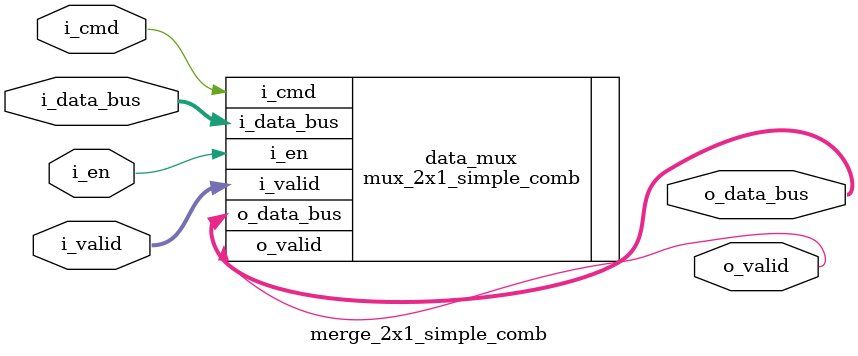
<source format=v>
`timescale 1ns / 1ps


module merge_2x1_simple_comb#(
	parameter DATA_WIDTH = 32,
	parameter COMMMAND_WIDTH = 1 // todo 
)(
    // data signals
	i_valid,        // valid input data signal
	i_data_bus,     // input data bus coming into distribute switch
	
	o_valid,        // output valid
    o_data_bus,     // output data 

	// control signals
	i_en,           // distribute switch enable
	i_cmd           // command 
);
	// interface
	input  [1:0]                i_valid;             
	input  [2*DATA_WIDTH-1:0]   i_data_bus;
	
	output                      o_valid;             
	output [DATA_WIDTH-1:0]     o_data_bus;
	    
	input                       i_en;
	input  [COMMMAND_WIDTH-1:0] i_cmd;
                                // 0 --> Branch Low
                                // 1 --> Branch High
	
	mux_2x1_simple_comb #(
		.DATA_WIDTH(DATA_WIDTH),
		.COMMMAND_WIDTH(COMMMAND_WIDTH)
	)data_mux(
		.i_valid(i_valid),
		.i_data_bus(i_data_bus),
		.o_valid(o_valid),
		.o_data_bus(o_data_bus),
		.i_en(i_en),
		.i_cmd(i_cmd)
	);


endmodule
</source>
